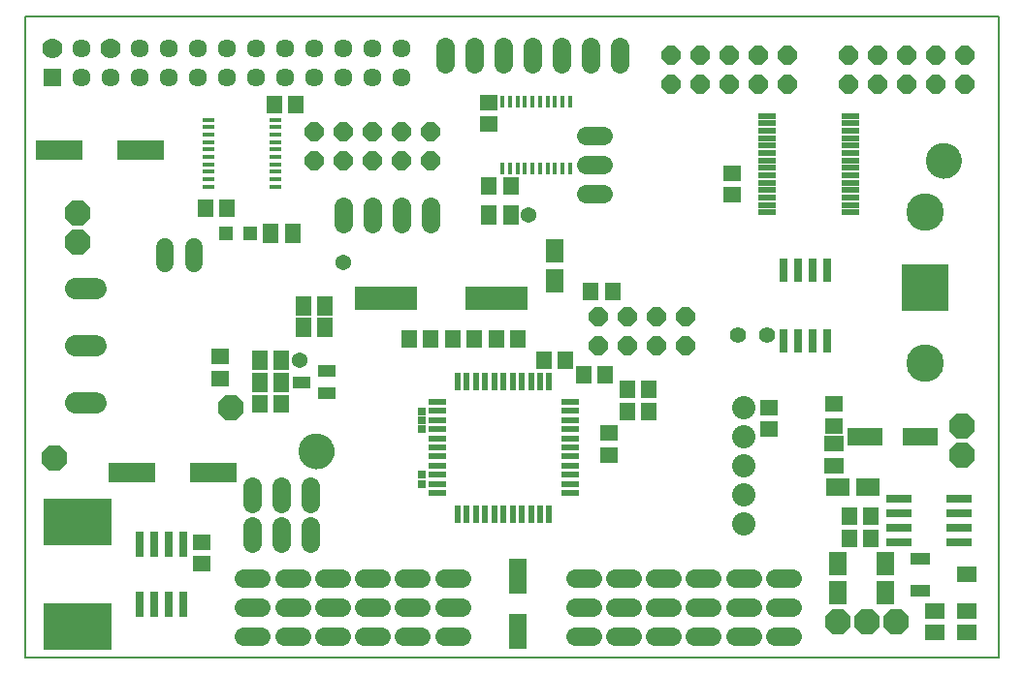
<source format=gts>
G75*
G70*
%OFA0B0*%
%FSLAX24Y24*%
%IPPOS*%
%LPD*%
%AMOC8*
5,1,8,0,0,1.08239X$1,22.5*
%
%ADD10R,0.2140X0.0800*%
%ADD11C,0.0640*%
%ADD12R,0.0237X0.0631*%
%ADD13R,0.0631X0.0237*%
%ADD14R,0.0280X0.0910*%
%ADD15R,0.2339X0.1591*%
%ADD16R,0.0591X0.1221*%
%ADD17R,0.0591X0.0434*%
%ADD18R,0.1615X0.0670*%
%ADD19R,0.0631X0.0552*%
%ADD20R,0.0552X0.0670*%
%ADD21R,0.0552X0.0631*%
%ADD22C,0.0800*%
%ADD23R,0.0512X0.0512*%
%ADD24R,0.0631X0.0827*%
%ADD25R,0.0670X0.0552*%
%ADD26R,0.0906X0.0276*%
%ADD27R,0.0670X0.0394*%
%ADD28C,0.0540*%
%ADD29OC8,0.0890*%
%ADD30C,0.0050*%
%ADD31R,0.0634X0.0634*%
%ADD32C,0.0700*%
%ADD33C,0.0634*%
%ADD34C,0.0000*%
%ADD35C,0.1221*%
%ADD36R,0.0276X0.0276*%
%ADD37R,0.0827X0.0631*%
%ADD38R,0.1221X0.0591*%
%ADD39R,0.0300X0.0840*%
%ADD40C,0.0560*%
%ADD41OC8,0.0640*%
%ADD42R,0.0631X0.0197*%
%ADD43R,0.0430X0.0160*%
%ADD44R,0.1600X0.1600*%
%ADD45C,0.1290*%
%ADD46R,0.0160X0.0430*%
%ADD47C,0.0600*%
%ADD48C,0.0745*%
D10*
X012900Y014407D03*
X016700Y014407D03*
D11*
X014425Y016982D02*
X014425Y017582D01*
X013425Y017582D02*
X013425Y016982D01*
X012425Y016982D02*
X012425Y017582D01*
X011425Y017582D02*
X011425Y016982D01*
X014925Y022482D02*
X014925Y023082D01*
X015925Y023082D02*
X015925Y022482D01*
X016925Y022482D02*
X016925Y023082D01*
X017925Y023082D02*
X017925Y022482D01*
X018925Y022482D02*
X018925Y023082D01*
X019925Y023082D02*
X019925Y022482D01*
X020925Y022482D02*
X020925Y023082D01*
X020350Y020032D02*
X019750Y020032D01*
X019750Y019032D02*
X020350Y019032D01*
X020350Y018032D02*
X019750Y018032D01*
X010300Y007957D02*
X010300Y007357D01*
X010300Y006582D02*
X010300Y005982D01*
X009300Y005982D02*
X009300Y006582D01*
X009300Y007357D02*
X009300Y007957D01*
X008300Y007957D02*
X008300Y007357D01*
X008300Y006582D02*
X008300Y005982D01*
X008600Y004782D02*
X008000Y004782D01*
X008000Y003782D02*
X008600Y003782D01*
X009375Y003782D02*
X009975Y003782D01*
X010750Y003782D02*
X011350Y003782D01*
X012125Y003782D02*
X012725Y003782D01*
X013500Y003782D02*
X014100Y003782D01*
X014875Y003782D02*
X015475Y003782D01*
X015475Y004782D02*
X014875Y004782D01*
X014100Y004782D02*
X013500Y004782D01*
X012725Y004782D02*
X012125Y004782D01*
X011350Y004782D02*
X010750Y004782D01*
X009975Y004782D02*
X009375Y004782D01*
X009375Y002782D02*
X009975Y002782D01*
X010750Y002782D02*
X011350Y002782D01*
X012125Y002782D02*
X012725Y002782D01*
X013500Y002782D02*
X014100Y002782D01*
X014875Y002782D02*
X015475Y002782D01*
X019375Y002782D02*
X019975Y002782D01*
X020750Y002782D02*
X021350Y002782D01*
X022125Y002782D02*
X022725Y002782D01*
X023500Y002782D02*
X024100Y002782D01*
X024875Y002782D02*
X025475Y002782D01*
X026250Y002782D02*
X026850Y002782D01*
X026850Y003782D02*
X026250Y003782D01*
X025475Y003782D02*
X024875Y003782D01*
X024100Y003782D02*
X023500Y003782D01*
X022725Y003782D02*
X022125Y003782D01*
X021350Y003782D02*
X020750Y003782D01*
X019975Y003782D02*
X019375Y003782D01*
X019375Y004782D02*
X019975Y004782D01*
X020750Y004782D02*
X021350Y004782D01*
X022125Y004782D02*
X022725Y004782D01*
X023500Y004782D02*
X024100Y004782D01*
X024875Y004782D02*
X025475Y004782D01*
X026250Y004782D02*
X026850Y004782D01*
X008600Y002782D02*
X008000Y002782D01*
D12*
X015350Y006998D03*
X015665Y006998D03*
X015980Y006998D03*
X016295Y006998D03*
X016610Y006998D03*
X016925Y006998D03*
X017240Y006998D03*
X017555Y006998D03*
X017870Y006998D03*
X018185Y006998D03*
X018500Y006998D03*
X018500Y011565D03*
X018185Y011565D03*
X017870Y011565D03*
X017555Y011565D03*
X017240Y011565D03*
X016925Y011565D03*
X016610Y011565D03*
X016295Y011565D03*
X015980Y011565D03*
X015665Y011565D03*
X015350Y011565D03*
D13*
X014642Y010856D03*
X014642Y010541D03*
X014642Y010226D03*
X014642Y009911D03*
X014642Y009596D03*
X014642Y009282D03*
X014642Y008967D03*
X014642Y008652D03*
X014642Y008337D03*
X014642Y008022D03*
X014642Y007707D03*
X019208Y007707D03*
X019208Y008022D03*
X019208Y008337D03*
X019208Y008652D03*
X019208Y008967D03*
X019208Y009282D03*
X019208Y009596D03*
X019208Y009911D03*
X019208Y010226D03*
X019208Y010541D03*
X019208Y010856D03*
D14*
X005925Y005937D03*
X005425Y005937D03*
X004925Y005937D03*
X004425Y005937D03*
X004425Y003877D03*
X004925Y003877D03*
X005425Y003877D03*
X005925Y003877D03*
D15*
X002300Y003105D03*
X002300Y006708D03*
D16*
X017425Y004851D03*
X017425Y002962D03*
D17*
X010858Y011158D03*
X009992Y011532D03*
X010858Y011906D03*
D18*
X006948Y008407D03*
X004152Y008407D03*
X004448Y019532D03*
X001652Y019532D03*
D19*
X007175Y012406D03*
X007175Y011658D03*
X006550Y006031D03*
X006550Y005283D03*
X020550Y009033D03*
X020550Y009781D03*
X026050Y009908D03*
X026050Y010656D03*
X028300Y010781D03*
X028300Y010033D03*
X024800Y017970D03*
X024800Y018718D03*
X016425Y020408D03*
X016425Y021156D03*
D20*
X016426Y017282D03*
X017174Y017282D03*
X010799Y014157D03*
X010051Y014157D03*
X010051Y013407D03*
X010799Y013407D03*
X009299Y012282D03*
X008551Y012282D03*
X008551Y011532D03*
X009299Y011532D03*
X008926Y016657D03*
X009674Y016657D03*
D21*
X007424Y017532D03*
X006676Y017532D03*
X009051Y021094D03*
X009799Y021094D03*
X016426Y018282D03*
X017174Y018282D03*
X019926Y014657D03*
X020674Y014657D03*
X019049Y012282D03*
X018301Y012282D03*
X017424Y013032D03*
X016676Y013032D03*
X015924Y013032D03*
X015176Y013032D03*
X014424Y013032D03*
X013676Y013032D03*
X009299Y010782D03*
X008551Y010782D03*
X019676Y011782D03*
X020424Y011782D03*
X021176Y011282D03*
X021924Y011282D03*
X021924Y010532D03*
X021176Y010532D03*
X028801Y006907D03*
X029549Y006907D03*
X029549Y006157D03*
X028801Y006157D03*
D22*
X025175Y006657D03*
X025175Y007657D03*
X025175Y008657D03*
X025175Y009657D03*
X025175Y010657D03*
D23*
X008213Y016657D03*
X007387Y016657D03*
D24*
X018675Y016043D03*
X018675Y015020D03*
X028425Y005293D03*
X028425Y004270D03*
X030050Y004270D03*
X030050Y005293D03*
D25*
X031738Y003656D03*
X031738Y002908D03*
X032863Y002908D03*
X032863Y003656D03*
X032837Y004907D03*
X028300Y008658D03*
X028300Y009406D03*
D26*
X030526Y007532D03*
X030526Y007032D03*
X030526Y006532D03*
X030526Y006032D03*
X032574Y006032D03*
X032574Y006532D03*
X032574Y007032D03*
X032574Y007532D03*
D27*
X031263Y005458D03*
X031263Y004355D03*
D28*
X017800Y017282D03*
X011425Y015657D03*
X009925Y012282D03*
D29*
X007550Y010657D03*
X001488Y008907D03*
X002300Y016344D03*
X002300Y017344D03*
X028425Y003282D03*
X029425Y003282D03*
X030425Y003282D03*
X032675Y009032D03*
X032675Y010032D03*
D30*
X000480Y002061D02*
X000480Y024108D01*
X033945Y024108D01*
X033945Y002061D01*
X000480Y002061D01*
D31*
X001425Y022032D03*
D32*
X001425Y023032D03*
X003425Y023032D03*
D33*
X004425Y023032D03*
X005425Y023032D03*
X006425Y023032D03*
X007425Y023032D03*
X008425Y023032D03*
X009425Y023032D03*
X010425Y023032D03*
X011425Y023032D03*
X012425Y023032D03*
X013425Y023032D03*
X013425Y022032D03*
X012425Y022032D03*
X011425Y022032D03*
X010425Y022032D03*
X009425Y022032D03*
X008425Y022032D03*
X007425Y022032D03*
X006425Y022032D03*
X005425Y022032D03*
X004425Y022032D03*
X003425Y022032D03*
X002425Y022032D03*
X002425Y023032D03*
D34*
X009897Y009157D02*
X009899Y009205D01*
X009905Y009253D01*
X009915Y009300D01*
X009928Y009346D01*
X009946Y009391D01*
X009966Y009435D01*
X009991Y009477D01*
X010019Y009516D01*
X010049Y009553D01*
X010083Y009587D01*
X010120Y009619D01*
X010158Y009648D01*
X010199Y009673D01*
X010242Y009695D01*
X010287Y009713D01*
X010333Y009727D01*
X010380Y009738D01*
X010428Y009745D01*
X010476Y009748D01*
X010524Y009747D01*
X010572Y009742D01*
X010620Y009733D01*
X010666Y009721D01*
X010711Y009704D01*
X010755Y009684D01*
X010797Y009661D01*
X010837Y009634D01*
X010875Y009604D01*
X010910Y009571D01*
X010942Y009535D01*
X010972Y009497D01*
X010998Y009456D01*
X011020Y009413D01*
X011040Y009369D01*
X011055Y009324D01*
X011067Y009277D01*
X011075Y009229D01*
X011079Y009181D01*
X011079Y009133D01*
X011075Y009085D01*
X011067Y009037D01*
X011055Y008990D01*
X011040Y008945D01*
X011020Y008901D01*
X010998Y008858D01*
X010972Y008817D01*
X010942Y008779D01*
X010910Y008743D01*
X010875Y008710D01*
X010837Y008680D01*
X010797Y008653D01*
X010755Y008630D01*
X010711Y008610D01*
X010666Y008593D01*
X010620Y008581D01*
X010572Y008572D01*
X010524Y008567D01*
X010476Y008566D01*
X010428Y008569D01*
X010380Y008576D01*
X010333Y008587D01*
X010287Y008601D01*
X010242Y008619D01*
X010199Y008641D01*
X010158Y008666D01*
X010120Y008695D01*
X010083Y008727D01*
X010049Y008761D01*
X010019Y008798D01*
X009991Y008837D01*
X009966Y008879D01*
X009946Y008923D01*
X009928Y008968D01*
X009915Y009014D01*
X009905Y009061D01*
X009899Y009109D01*
X009897Y009157D01*
X031459Y019157D02*
X031461Y019205D01*
X031467Y019253D01*
X031477Y019300D01*
X031490Y019346D01*
X031508Y019391D01*
X031528Y019435D01*
X031553Y019477D01*
X031581Y019516D01*
X031611Y019553D01*
X031645Y019587D01*
X031682Y019619D01*
X031720Y019648D01*
X031761Y019673D01*
X031804Y019695D01*
X031849Y019713D01*
X031895Y019727D01*
X031942Y019738D01*
X031990Y019745D01*
X032038Y019748D01*
X032086Y019747D01*
X032134Y019742D01*
X032182Y019733D01*
X032228Y019721D01*
X032273Y019704D01*
X032317Y019684D01*
X032359Y019661D01*
X032399Y019634D01*
X032437Y019604D01*
X032472Y019571D01*
X032504Y019535D01*
X032534Y019497D01*
X032560Y019456D01*
X032582Y019413D01*
X032602Y019369D01*
X032617Y019324D01*
X032629Y019277D01*
X032637Y019229D01*
X032641Y019181D01*
X032641Y019133D01*
X032637Y019085D01*
X032629Y019037D01*
X032617Y018990D01*
X032602Y018945D01*
X032582Y018901D01*
X032560Y018858D01*
X032534Y018817D01*
X032504Y018779D01*
X032472Y018743D01*
X032437Y018710D01*
X032399Y018680D01*
X032359Y018653D01*
X032317Y018630D01*
X032273Y018610D01*
X032228Y018593D01*
X032182Y018581D01*
X032134Y018572D01*
X032086Y018567D01*
X032038Y018566D01*
X031990Y018569D01*
X031942Y018576D01*
X031895Y018587D01*
X031849Y018601D01*
X031804Y018619D01*
X031761Y018641D01*
X031720Y018666D01*
X031682Y018695D01*
X031645Y018727D01*
X031611Y018761D01*
X031581Y018798D01*
X031553Y018837D01*
X031528Y018879D01*
X031508Y018923D01*
X031490Y018968D01*
X031477Y019014D01*
X031467Y019061D01*
X031461Y019109D01*
X031459Y019157D01*
D35*
X032050Y019157D03*
X010488Y009157D03*
D36*
X014113Y009907D03*
X014113Y010219D03*
X014113Y010532D03*
X014113Y008344D03*
X014113Y008032D03*
D37*
X028413Y007907D03*
X029437Y007907D03*
D38*
X029355Y009657D03*
X031245Y009657D03*
D39*
X028050Y012947D03*
X027550Y012947D03*
X027050Y012947D03*
X026550Y012947D03*
X026550Y015367D03*
X027050Y015367D03*
X027550Y015367D03*
X028050Y015367D03*
D40*
X025988Y013157D03*
X024988Y013157D03*
D41*
X023175Y012782D03*
X023175Y013782D03*
X022175Y013782D03*
X021175Y013782D03*
X020175Y013782D03*
X020175Y012782D03*
X021175Y012782D03*
X022175Y012782D03*
X014425Y019157D03*
X013425Y019157D03*
X012425Y019157D03*
X011425Y019157D03*
X010425Y019157D03*
X010425Y020157D03*
X011425Y020157D03*
X012425Y020157D03*
X013425Y020157D03*
X014425Y020157D03*
X022675Y021782D03*
X023675Y021782D03*
X024675Y021782D03*
X025675Y021782D03*
X026675Y021782D03*
X026675Y022782D03*
X025675Y022782D03*
X024675Y022782D03*
X023675Y022782D03*
X022675Y022782D03*
X028800Y022782D03*
X029800Y022782D03*
X030800Y022782D03*
X031800Y022782D03*
X032800Y022782D03*
X032800Y021782D03*
X031800Y021782D03*
X030800Y021782D03*
X029800Y021782D03*
X028800Y021782D03*
D42*
X028852Y020695D03*
X028852Y020439D03*
X028852Y020183D03*
X028852Y019927D03*
X028852Y019671D03*
X028852Y019415D03*
X028852Y019159D03*
X028852Y018904D03*
X028852Y018648D03*
X028852Y018392D03*
X028852Y018136D03*
X028852Y017880D03*
X028852Y017624D03*
X028852Y017368D03*
X025998Y017368D03*
X025998Y017624D03*
X025998Y017880D03*
X025998Y018136D03*
X025998Y018392D03*
X025998Y018648D03*
X025998Y018904D03*
X025998Y019159D03*
X025998Y019415D03*
X025998Y019671D03*
X025998Y019927D03*
X025998Y020183D03*
X025998Y020439D03*
X025998Y020695D03*
D43*
X009074Y020558D03*
X009074Y020302D03*
X009074Y020046D03*
X009074Y019790D03*
X009074Y019534D03*
X009074Y019279D03*
X009074Y019023D03*
X009074Y018767D03*
X009074Y018511D03*
X009074Y018255D03*
X006776Y018255D03*
X006776Y018511D03*
X006776Y018767D03*
X006776Y019023D03*
X006776Y019279D03*
X006776Y019534D03*
X006776Y019790D03*
X006776Y020046D03*
X006776Y020302D03*
X006776Y020558D03*
D44*
X031425Y014782D03*
D45*
X031425Y017382D03*
X031425Y012182D03*
D46*
X019202Y018883D03*
X018946Y018883D03*
X018690Y018883D03*
X018434Y018883D03*
X018178Y018883D03*
X017922Y018883D03*
X017666Y018883D03*
X017410Y018883D03*
X017154Y018883D03*
X016898Y018883D03*
X016898Y021180D03*
X017154Y021180D03*
X017410Y021180D03*
X017666Y021180D03*
X017922Y021180D03*
X018178Y021180D03*
X018434Y021180D03*
X018690Y021180D03*
X018946Y021180D03*
X019202Y021180D03*
D47*
X006300Y016187D02*
X006300Y015627D01*
X005300Y015627D02*
X005300Y016187D01*
D48*
X002910Y014750D02*
X002205Y014750D01*
X002205Y012782D02*
X002910Y012782D01*
X002910Y010813D02*
X002205Y010813D01*
M02*

</source>
